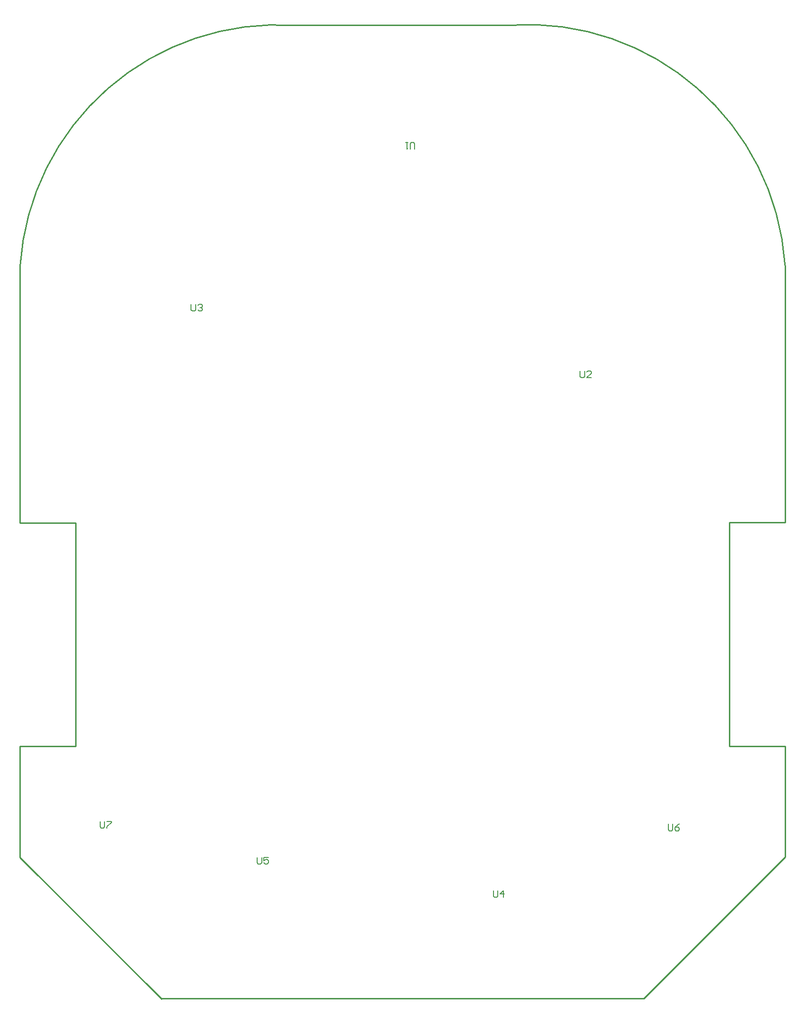
<source format=gm1>
G04*
G04 #@! TF.GenerationSoftware,Altium Limited,Altium Designer,24.1.2 (44)*
G04*
G04 Layer_Color=16711935*
%FSLAX44Y44*%
%MOMM*%
G71*
G04*
G04 #@! TF.SameCoordinates,85EAEC8C-3496-431A-917F-130F63ABBC40*
G04*
G04*
G04 #@! TF.FilePolarity,Positive*
G04*
G01*
G75*
%ADD12C,0.1500*%
%ADD14C,0.2540*%
D12*
X306675Y989940D02*
Y979943D01*
X308675Y977944D01*
X312673D01*
X314673Y979943D01*
Y989940D01*
X318671Y987940D02*
X320671Y989940D01*
X324669D01*
X326669Y987940D01*
Y985941D01*
X324669Y983942D01*
X322670D01*
X324669D01*
X326669Y981942D01*
Y979943D01*
X324669Y977944D01*
X320671D01*
X318671Y979943D01*
X143650Y65014D02*
Y55017D01*
X145649Y53018D01*
X149648D01*
X151647Y55017D01*
Y65014D01*
X155646D02*
X163644D01*
Y63015D01*
X155646Y55017D01*
Y53018D01*
X706878Y1267416D02*
Y1277412D01*
X704879Y1279412D01*
X700880D01*
X698881Y1277412D01*
Y1267416D01*
X694882Y1279412D02*
X690883D01*
X692883D01*
Y1267416D01*
X694882Y1269415D01*
X847865Y-58792D02*
Y-68789D01*
X849864Y-70788D01*
X853863D01*
X855862Y-68789D01*
Y-58792D01*
X865859Y-70788D02*
Y-58792D01*
X859861Y-64790D01*
X867858D01*
X1003303Y870675D02*
Y860678D01*
X1005302Y858679D01*
X1009301D01*
X1011300Y860678D01*
Y870675D01*
X1023296Y858679D02*
X1015299D01*
X1023296Y866676D01*
Y868676D01*
X1021297Y870675D01*
X1017298D01*
X1015299Y868676D01*
X424891Y573D02*
Y-9424D01*
X426890Y-11423D01*
X430889D01*
X432888Y-9424D01*
Y573D01*
X444884D02*
X436887D01*
Y-5425D01*
X440885Y-3426D01*
X442885D01*
X444884Y-5425D01*
Y-9424D01*
X442885Y-11423D01*
X438886D01*
X436887Y-9424D01*
X1161097Y60099D02*
Y50102D01*
X1163097Y48103D01*
X1167095D01*
X1169095Y50102D01*
Y60099D01*
X1181091D02*
X1177092Y58100D01*
X1173093Y54101D01*
Y50102D01*
X1175093Y48103D01*
X1179091D01*
X1181091Y50102D01*
Y52101D01*
X1179091Y54101D01*
X1173093D01*
D14*
X493253Y1488880D02*
G03*
X309Y1059414I-32047J-460852D01*
G01*
X1370365Y1059847D02*
G03*
X878382Y1489379I-460897J-31385D01*
G01*
X70Y480D02*
X253405Y-252855D01*
X70Y480D02*
Y2971D01*
Y199028D01*
X493290Y1489414D02*
X878380D01*
X253838Y-252422D02*
X1117269D01*
X99920Y199028D02*
Y599251D01*
X1270754Y199461D02*
Y599683D01*
X-172Y599251D02*
Y604048D01*
Y599251D02*
X99920D01*
X70Y199028D02*
X99920D01*
X-172Y604048D02*
X-172Y1059414D01*
X1117269Y-252422D02*
X1370604Y913D01*
Y3404D01*
X1370846Y604482D02*
Y1059847D01*
X1370604Y3404D02*
Y199461D01*
X1270754D02*
X1370604D01*
X1270754Y599683D02*
X1370846D01*
Y604482D01*
M02*

</source>
